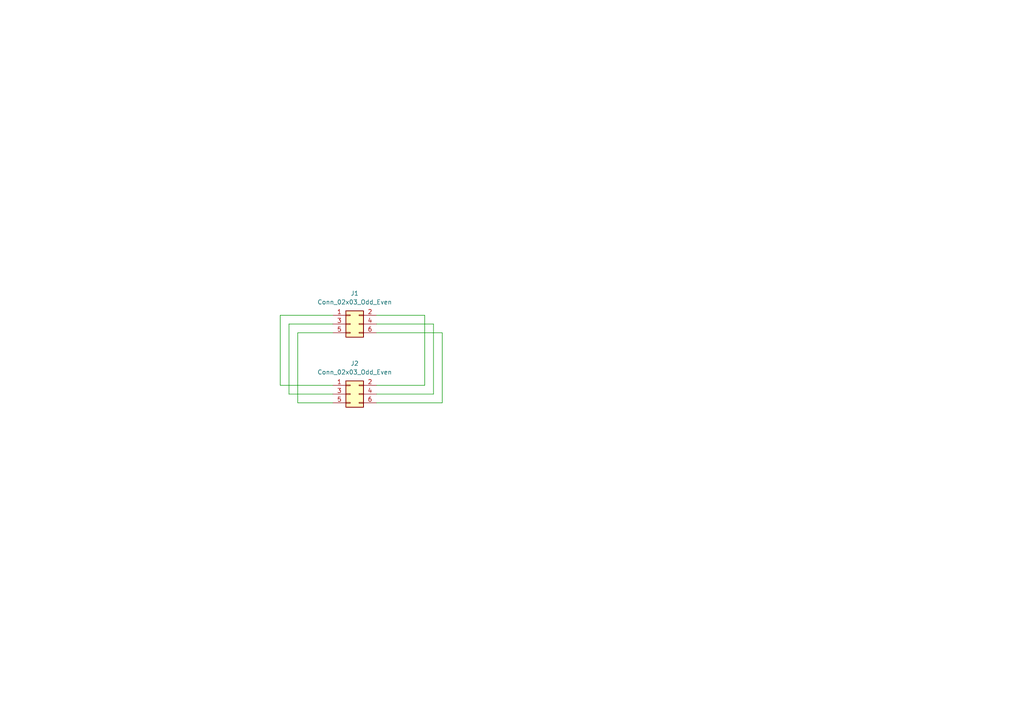
<source format=kicad_sch>
(kicad_sch (version 20211123) (generator eeschema)
  (paper "A4")
  (title_block (title "eClip function board 6 pin ICSP") (company "hackmeister.dk") (comment 1 "CC-BY-SA"))
  (lib_symbols
    (symbol "Connector_Generic:Conn_02x03_Odd_Even" (pin_names (offset 1.016) hide)
      (property "Reference" "J" (at 1.27 5.08 0))
      (property "Value" "Conn_02x03_Odd_Even" (at 1.27 -5.08 0))
      (symbol "Conn_02x03_Odd_Even_1_1"
        (rectangle (start -1.27 -2.413) (end 0 -2.667) (stroke (width 0.1524)))
        (rectangle (start -1.27 0.127) (end 0 -0.127) (stroke (width 0.1524)))
        (rectangle (start -1.27 2.667) (end 0 2.413) (stroke (width 0.1524)))
        (rectangle (start -1.27 3.81) (end 3.81 -3.81) (stroke (width 0.254)) (fill (type background)))
        (rectangle (start 3.81 -2.413) (end 2.54 -2.667) (stroke (width 0.1524)))
        (rectangle (start 3.81 0.127) (end 2.54 -0.127) (stroke (width 0.1524)))
        (rectangle (start 3.81 2.667) (end 2.54 2.413) (stroke (width 0.1524)))
        (pin passive line (at -5.08 2.54 0) (length 3.81) (name "Pin_1") (number "1"))
        (pin passive line (at 7.62 2.54 180) (length 3.81) (name "Pin_2") (number "2"))
        (pin passive line (at -5.08 0 0) (length 3.81) (name "Pin_3") (number "3"))
        (pin passive line (at 7.62 0 180) (length 3.81) (name "Pin_4") (number "4"))
        (pin passive line (at -5.08 -2.54 0) (length 3.81) (name "Pin_5") (number "5"))
        (pin passive line (at 7.62 -2.54 180) (length 3.81) (name "Pin_6") (number "6"))
      )
    )
  )
  (wire (pts (xy 96.52 93.98) (xy 83.82 93.98)))
  (wire (pts (xy 96.52 91.44) (xy 81.28 91.44)))
  (wire (pts (xy 96.52 96.52) (xy 86.36 96.52)))
  (wire (pts (xy 81.28 91.44) (xy 81.28 111.76)))
  (wire (pts (xy 109.22 91.44) (xy 123.19 91.44)))
  (wire (pts (xy 125.73 114.3) (xy 109.22 114.3)))
  (wire (pts (xy 86.36 96.52) (xy 86.36 116.84)))
  (wire (pts (xy 86.36 116.84) (xy 96.52 116.84)))
  (wire (pts (xy 83.82 93.98) (xy 83.82 114.3)))
  (wire (pts (xy 109.22 96.52) (xy 128.27 96.52)))
  (wire (pts (xy 123.19 111.76) (xy 109.22 111.76)))
  (wire (pts (xy 83.82 114.3) (xy 96.52 114.3)))
  (wire (pts (xy 125.73 93.98) (xy 125.73 114.3)))
  (wire (pts (xy 109.22 93.98) (xy 125.73 93.98)))
  (wire (pts (xy 81.28 111.76) (xy 96.52 111.76)))
  (wire (pts (xy 123.19 91.44) (xy 123.19 111.76)))
  (wire (pts (xy 128.27 96.52) (xy 128.27 116.84)))
  (wire (pts (xy 128.27 116.84) (xy 109.22 116.84)))
  (symbol (lib_id "Connector_Generic:Conn_02x03_Odd_Even") (at 101.6 93.98 0) (unit 1)
    (property "Reference" "J1" (at 102.87 85.09 0))
    (property "Value" "Conn_02x03_Odd_Even" (at 102.87 87.63 0))
  )
  (symbol (lib_id "Connector_Generic:Conn_02x03_Odd_Even") (at 101.6 114.3 0) (unit 1)
    (property "Reference" "J2" (at 102.87 105.41 0))
    (property "Value" "Conn_02x03_Odd_Even" (at 102.87 107.95 0))
  )
)
</source>
